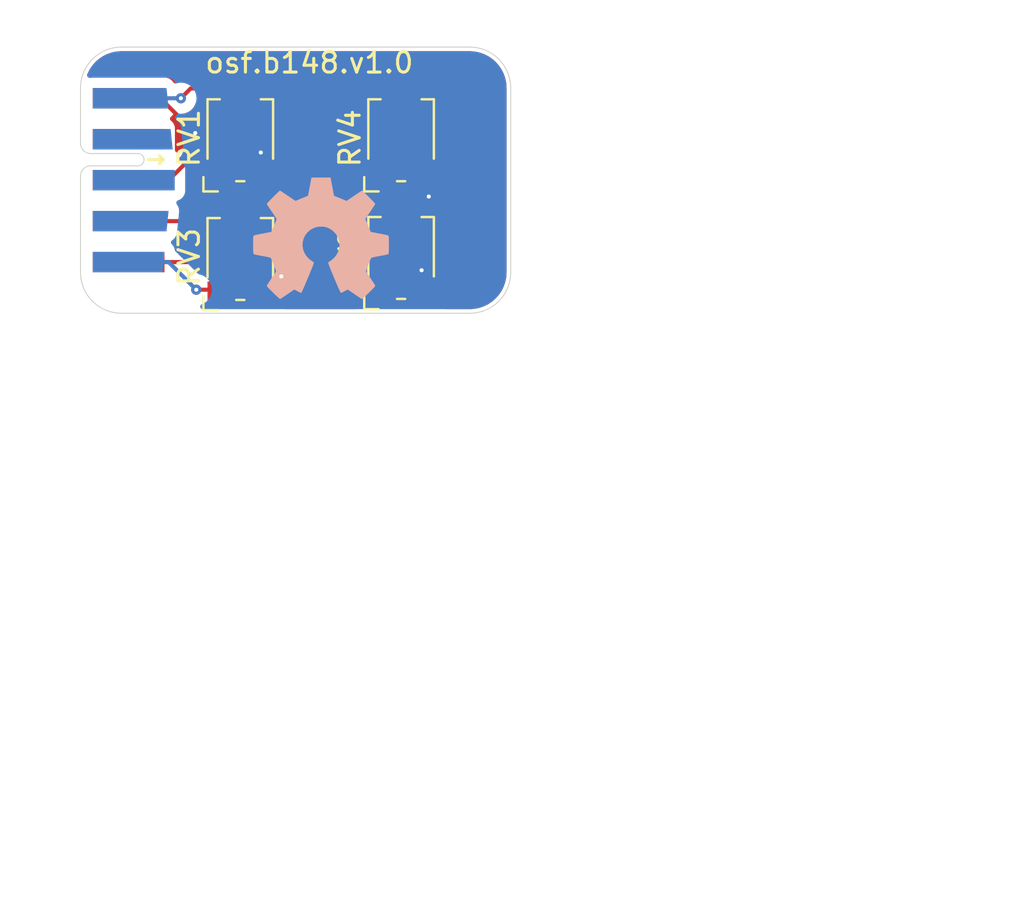
<source format=kicad_pcb>
(kicad_pcb (version 20221018) (generator pcbnew)
  (layers (0 "F.Cu" signal) (31 "B.Cu" signal) (34 "B.Paste" user) (35 "F.Paste" user) (36 "B.SilkS" user "B.Silkscreen") (37 "F.SilkS" user "F.Silkscreen") (38 "B.Mask" user) (39 "F.Mask" user) (44 "Edge.Cuts" user))
  (net 0 "")
  (net 1 "GND")
  (net 2 "Net-(J1-ADC0)")
  (net 3 "Net-(J1-ADC1)")
  (net 4 "Net-(J1-ADC2)")
  (net 5 "Net-(J1-ADC3)")
  (net 6 "Net-(J1-5V)")
  (footprint "Potentiometer_SMD:Potentiometer_Bourns_TC33X_Vertical" (layer "F.Cu") (at 155.65 94.45 90)
    (fp_text reference "RV4" (at 0 -2.5 90) (layer "F.SilkS"))
    (fp_text value "10k")
    (fp_line (start -2.6 -1.8) (end -2.6 -1.1) (stroke (width 0.12)) (layer "F.SilkS"))
    (fp_line (start -2.1 -0.2) (end -2.1 0.2) (stroke (width 0.12)) (layer "F.SilkS"))
    (fp_line (start -1.9 -1.8) (end -2.6 -1.8) (stroke (width 0.12)) (layer "F.SilkS"))
    (fp_line (start -1 -1.6) (end 1.9 -1.6) (stroke (width 0.12)) (layer "F.SilkS"))
    (fp_line (start -1 1.6) (end 1.9 1.6) (stroke (width 0.12)) (layer "F.SilkS"))
    (fp_line (start 1.9 -1.6) (end 1.9 -1) (stroke (width 0.12)) (layer "F.SilkS"))
    (fp_line (start 1.9 1.6) (end 1.9 1) (stroke (width 0.12)) (layer "F.SilkS"))
    (pad "1" smd rect (at -1.8 -1 90) (size 1.2 1.2) (layers "F.Cu" "F.Paste" "F.Mask") (net 6 "Net-(J1-5V)"))
    (pad "2" smd rect (at 1.45 0 90) (size 1.5 1.6) (layers "F.Cu" "F.Paste" "F.Mask") (net 5 "Net-(J1-ADC3)"))
    (pad "3" smd rect (at -1.8 1 90) (size 1.2 1.2) (layers "F.Cu" "F.Paste" "F.Mask") (net 1 "GND"))
  )
  (footprint "on_edge:on_edge_2x05_device" (layer "F.Cu") (at 140 96.5 -90)
    (fp_text reference "J1")
    (fp_text value "007_ADC")
    (fp_line (start -1.2 -3.85) (end -1 -4.05) (stroke (width 0.153)) (layer "F.SilkS"))
    (fp_line (start -1 -4.05) (end -1 -3.323) (stroke (width 0.153)) (layer "F.SilkS"))
    (fp_line (start -1 -4.05) (end -0.8 -3.85) (stroke (width 0.153)) (layer "F.SilkS"))
    (fp_line (start -4 0) (end -1.8 0) (stroke (width 0.05)) (layer "Edge.Cuts"))
    (fp_line (start -1.3 -2.8) (end -1.3 -0.5) (stroke (width 0.05)) (layer "Edge.Cuts"))
    (fp_line (start -0.7 -0.5) (end -0.7 -2.8) (stroke (width 0.05)) (layer "Edge.Cuts"))
    (fp_line (start -0.2 0) (end 4 0) (stroke (width 0.05)) (layer "Edge.Cuts"))
    (fp_arc (start -1.3 -2.8) (mid -1 -3.1) (end -0.7 -2.8) (stroke (width 0.05)) (layer "Edge.Cuts"))
    (fp_arc (start -1.3 -0.5) (mid -1.446447 -0.146447) (end -1.8 0) (stroke (width 0.05)) (layer "Edge.Cuts"))
    (fp_arc (start -0.2 0) (mid -0.553553 -0.146447) (end -0.7 -0.5) (stroke (width 0.05)) (layer "Edge.Cuts"))
    (pad "1" smd rect (at -4 -2.35 90) (size 1 3.5) (layers "F.Cu" "F.Mask") (net 1 "GND"))
    (pad "2" smd rect (at -2 -2.35 270) (size 1 3.5) (layers "F.Cu" "F.Mask"))
    (pad "3" smd rect (at 0 -2.35 270) (size 1 3.5) (layers "F.Cu" "F.Mask") (net 2 "Net-(J1-ADC0)"))
    (pad "4" smd rect (at 2 -2.35 90) (size 1 3.5) (layers "F.Cu" "F.Mask") (net 3 "Net-(J1-ADC1)"))
    (pad "5" smd rect (at 4 -2.35 90) (size 1 3.5) (layers "F.Cu" "F.Mask") (net 4 "Net-(J1-ADC2)"))
    (pad "6" smd custom (at -4 -2.4 270) (size 1 3.6) (layers "B.Cu" "B.Mask") (net 5 "Net-(J1-ADC3)") (options (clearance outline) (anchor rect)) (primitives (gr_poly (pts (xy 0.5 -1.8) (xy 0.5 -1.9) (xy -0.5 -1.8)) (width 0) (fill yes))))
    (pad "7" smd custom (at -2 -2.1 270) (size 1 3) (layers "B.Cu" "B.Mask") (options (clearance outline) (anchor rect)) (primitives (gr_poly (pts (xy 0.3 -0.51) (xy 0.31 -0.62) (xy 0.33 -0.7) (xy 0.35 -0.76) (xy 0.37 -0.81) (xy 0.4 -0.86) (xy 0.44 -0.92) (xy 0.48 -0.97) (xy 0.5 -0.99) (xy 0.5 -2.4) (xy -0.5 -2.3) (xy -0.5 1.5) (xy 0.3 1.5)) (width 0) (fill yes))))
    (pad "8" smd rect (at 0 -2.6 270) (size 1 4) (layers "B.Cu" "B.Mask"))
    (pad "9" smd custom (at 2 -2.4 270) (size 1 3.6) (layers "B.Cu" "B.Mask") (options (clearance outline) (anchor rect)) (primitives (gr_poly (pts (xy -0.5 -1.8) (xy -0.5 -1.9) (xy 0.5 -1.8)) (width 0) (fill yes))))
    (pad "10" smd custom (at 4 -2.3 270) (size 1 3.4) (layers "B.Cu" "B.Mask") (net 6 "Net-(J1-5V)") (options (clearance outline) (anchor rect)) (primitives (gr_poly (pts (xy -0.5 -1.7) (xy -0.5 -1.8) (xy 0.5 -1.7)) (width 0) (fill yes))))
    (zone (net 0) (net_name "") (layers "F&B.Cu") (connect_pads (clearance 0)) (min_thickness 0.254)
      (keepout (tracks allowed) (vias not_allowed) (pads allowed) (copperpour not_allowed) (footprints not_allowed))
      (fill (thermal_gap 0.508) (thermal_bridge_width 0.508))
      (polygon (pts (xy 140 101.5) (xy 140 91.5) (xy 144 91.5) (xy 144 101.5)))
    )
  )
  (footprint "Potentiometer_SMD:Potentiometer_Bourns_TC33X_Vertical" (layer "F.Cu") (at 147.8 94.45 90)
    (fp_text reference "RV1" (at 0 -2.5 90) (layer "F.SilkS"))
    (fp_text value "10k")
    (fp_line (start -2.6 -1.8) (end -2.6 -1.1) (stroke (width 0.12)) (layer "F.SilkS"))
    (fp_line (start -2.1 -0.2) (end -2.1 0.2) (stroke (width 0.12)) (layer "F.SilkS"))
    (fp_line (start -1.9 -1.8) (end -2.6 -1.8) (stroke (width 0.12)) (layer "F.SilkS"))
    (fp_line (start -1 -1.6) (end 1.9 -1.6) (stroke (width 0.12)) (layer "F.SilkS"))
    (fp_line (start -1 1.6) (end 1.9 1.6) (stroke (width 0.12)) (layer "F.SilkS"))
    (fp_line (start 1.9 -1.6) (end 1.9 -1) (stroke (width 0.12)) (layer "F.SilkS"))
    (fp_line (start 1.9 1.6) (end 1.9 1) (stroke (width 0.12)) (layer "F.SilkS"))
    (pad "1" smd rect (at -1.8 -1 90) (size 1.2 1.2) (layers "F.Cu" "F.Paste" "F.Mask") (net 6 "Net-(J1-5V)"))
    (pad "2" smd rect (at 1.45 0 90) (size 1.5 1.6) (layers "F.Cu" "F.Paste" "F.Mask") (net 2 "Net-(J1-ADC0)"))
    (pad "3" smd rect (at -1.8 1 90) (size 1.2 1.2) (layers "F.Cu" "F.Paste" "F.Mask") (net 1 "GND"))
  )
  (footprint "Potentiometer_SMD:Potentiometer_Bourns_TC33X_Vertical" (layer "F.Cu") (at 147.8 100.25 90)
    (fp_text reference "RV3" (at 0 -2.5 90) (layer "F.SilkS"))
    (fp_text value "10k")
    (fp_line (start -2.6 -1.8) (end -2.6 -1.1) (stroke (width 0.12)) (layer "F.SilkS"))
    (fp_line (start -2.1 -0.2) (end -2.1 0.2) (stroke (width 0.12)) (layer "F.SilkS"))
    (fp_line (start -1.9 -1.8) (end -2.6 -1.8) (stroke (width 0.12)) (layer "F.SilkS"))
    (fp_line (start -1 -1.6) (end 1.9 -1.6) (stroke (width 0.12)) (layer "F.SilkS"))
    (fp_line (start -1 1.6) (end 1.9 1.6) (stroke (width 0.12)) (layer "F.SilkS"))
    (fp_line (start 1.9 -1.6) (end 1.9 -1) (stroke (width 0.12)) (layer "F.SilkS"))
    (fp_line (start 1.9 1.6) (end 1.9 1) (stroke (width 0.12)) (layer "F.SilkS"))
    (pad "1" smd rect (at -1.8 -1 90) (size 1.2 1.2) (layers "F.Cu" "F.Paste" "F.Mask") (net 6 "Net-(J1-5V)"))
    (pad "2" smd rect (at 1.45 0 90) (size 1.5 1.6) (layers "F.Cu" "F.Paste" "F.Mask") (net 4 "Net-(J1-ADC2)"))
    (pad "3" smd rect (at -1.8 1 90) (size 1.2 1.2) (layers "F.Cu" "F.Paste" "F.Mask") (net 1 "GND"))
  )
  (footprint "Potentiometer_SMD:Potentiometer_Bourns_TC33X_Vertical" (layer "F.Cu") (at 155.65 100.2 90)
    (fp_text reference "RV2" (at 0 -2.5 90) (layer "F.SilkS"))
    (fp_text value "10k")
    (fp_line (start -2.6 -1.8) (end -2.6 -1.1) (stroke (width 0.12)) (layer "F.SilkS"))
    (fp_line (start -2.1 -0.2) (end -2.1 0.2) (stroke (width 0.12)) (layer "F.SilkS"))
    (fp_line (start -1.9 -1.8) (end -2.6 -1.8) (stroke (width 0.12)) (layer "F.SilkS"))
    (fp_line (start -1 -1.6) (end 1.9 -1.6) (stroke (width 0.12)) (layer "F.SilkS"))
    (fp_line (start -1 1.6) (end 1.9 1.6) (stroke (width 0.12)) (layer "F.SilkS"))
    (fp_line (start 1.9 -1.6) (end 1.9 -1) (stroke (width 0.12)) (layer "F.SilkS"))
    (fp_line (start 1.9 1.6) (end 1.9 1) (stroke (width 0.12)) (layer "F.SilkS"))
    (pad "1" smd rect (at -1.8 -1 90) (size 1.2 1.2) (layers "F.Cu" "F.Paste" "F.Mask") (net 6 "Net-(J1-5V)"))
    (pad "2" smd rect (at 1.45 0 90) (size 1.5 1.6) (layers "F.Cu" "F.Paste" "F.Mask") (net 3 "Net-(J1-ADC1)"))
    (pad "3" smd rect (at -1.8 1 90) (size 1.2 1.2) (layers "F.Cu" "F.Paste" "F.Mask") (net 1 "GND"))
  )
  (footprint "Symbol:OSHW-Symbol_6.7x6mm_SilkScreen" (layer "B.Cu") (at 151.75 99.35 180)
    (fp_text reference "LOGO1" hide)
    (fp_text value "Logo_Open_Hardware_Small" hide)
    (fp_poly (pts (xy 0.555814 2.531069) (xy 0.639635 2.086445) (xy 0.94892 1.958947) (xy 1.258206 1.831449) (xy 1.629246 2.083754) (xy 1.733157 2.154004) (xy 1.827087 2.216728) (xy 1.906652 2.269062) (xy 1.96747 2.308143) (xy 2.005157 2.331107) (xy 2.015421 2.336058) (xy 2.03391 2.323324) (xy 2.07342 2.288118) (xy 2.129522 2.234938) (xy 2.197787 2.168282) (xy 2.273786 2.092646) (xy 2.353092 2.012528) (xy 2.431275 1.932426) (xy 2.503907 1.856836) (xy 2.566559 1.790255) (xy 2.614803 1.737182) (xy 2.64421 1.702113) (xy 2.651241 1.690377) (xy 2.641123 1.66874) (xy 2.612759 1.621338) (xy 2.569129 1.552807) (xy 2.513218 1.467785) (xy 2.448006 1.370907) (xy 2.410219 1.31565) (xy 2.341343 1.214752) (xy 2.28014 1.123701) (xy 2.229578 1.04703) (xy 2.192628 0.989272) (xy 2.172258 0.954957) (xy 2.169197 0.947746) (xy 2.176136 0.927252) (xy 2.195051 0.879487) (xy 2.223087 0.811168) (xy 2.257391 0.729011) (xy 2.295109 0.63973) (xy 2.333387 0.550042) (xy 2.36937 0.466662) (xy 2.400206 0.396306) (xy 2.423039 0.34569) (xy 2.435017 0.321529) (xy 2.435724 0.320578) (xy 2.454531 0.315964) (xy 2.504618 0.305672) (xy 2.580793 0.290713) (xy 2.677865 0.272099) (xy 2.790643 0.250841) (xy 2.856442 0.238582) (xy 2.97695 0.215638) (xy 3.085797 0.193805) (xy 3.177476 0.174278) (xy 3.246481 0.158252) (xy 3.287304 0.146921) (xy 3.295511 0.143326) (xy 3.303548 0.118994) (xy 3.310033 0.064041) (xy 3.31497 -0.015108) (xy 3.318364 -0.112026) (xy 3.320218 -0.220287) (xy 3.320538 -0.333465) (xy 3.319327 -0.445135) (xy 3.31659 -0.548868) (xy 3.312331 -0.638241) (xy 3.306555 -0.706826) (xy 3.299267 -0.748197) (xy 3.294895 -0.75681) (xy 3.268764 -0.767133) (xy 3.213393 -0.781892) (xy 3.136107 -0.799352) (xy 3.04423 -0.81778) (xy 3.012158 -0.823741) (xy 2.857524 -0.852066) (xy 2.735375 -0.874876) (xy 2.641673 -0.89308) (xy 2.572384 -0.907583) (xy 2.523471 -0.919292) (xy 2.490897 -0.929115) (xy 2.470628 -0.937956) (xy 2.458626 -0.946724) (xy 2.456947 -0.948457) (xy 2.440184 -0.976371) (xy 2.414614 -1.030695) (xy 2.382788 -1.104777) (xy 2.34726 -1.191965) (xy 2.310583 -1.285608) (xy 2.275311 -1.379052) (xy 2.243996 -1.465647) (xy 2.219193 -1.53874) (xy 2.203454 -1.591678) (xy 2.199332 -1.617811) (xy 2.199676 -1.618726) (xy 2.213641 -1.640086) (xy 2.245322 -1.687084) (xy 2.291391 -1.754827) (xy 2.348518 -1.838423) (xy 2.413373 -1.932982) (xy 2.431843 -1.959854) (xy 2.497699 -2.057275) (xy 2.55565 -2.146163) (xy 2.602538 -2.221412) (xy 2.635207 -2.27792) (xy 2.6505 -2.310581) (xy 2.651241 -2.314593) (xy 2.638392 -2.335684) (xy 2.602888 -2.377464) (xy 2.549293 -2.435445) (xy 2.482171 -2.505135) (xy 2.406087 -2.582045) (xy 2.325604 -2.661683) (xy 2.245287 -2.739561) (xy 2.169699 -2.811186) (xy 2.103405 -2.87207) (xy 2.050969 -2.917721) (xy 2.016955 -2.94365) (xy 2.007545 -2.947883) (xy 1.985643 -2.937912) (xy 1.9408 -2.91102) (xy 1.880321 -2.871736) (xy 1.833789 -2.840117) (xy 1.749475 -2.782098) (xy 1.649626 -2.713784) (xy 1.549473 -2.645579) (xy 1.495627 -2.609075) (xy 1.313371 -2.4858) (xy 1.160381 -2.56852) (xy 1.090682 -2.604759) (xy 1.031414 -2.632926) (xy 0.991311 -2.648991) (xy 0.981103 -2.651226) (xy 0.968829 -2.634722) (xy 0.944613 -2.588082) (xy 0.910263 -2.515609) (xy 0.867588 -2.421606) (xy 0.818394 -2.310374) (xy 0.76449 -2.186215) (xy 0.707684 -2.053432) (xy 0.649782 -1.916327) (xy 0.592593 -1.779202) (xy 0.537924 -1.646358) (xy 0.487584 -1.522098) (xy 0.44338 -1.410725) (xy 0.407119 -1.316539) (xy 0.380609 -1.243844) (xy 0.365658 -1.196941) (xy 0.363254 -1.180833) (xy 0.382311 -1.160286) (xy 0.424036 -1.126933) (xy 0.479706 -1.087702) (xy 0.484378 -1.084599) (xy 0.628264 -0.969423) (xy 0.744283 -0.835053) (xy 0.83143 -0.685784) (xy 0.888699 -0.525913) (xy 0.915086 -0.359737) (xy 0.909585 -0.191552) (xy 0.87119 -0.025655) (xy 0.798895 0.133658) (xy 0.777626 0.168513) (xy 0.666996 0.309263) (xy 0.536302 0.422286) (xy 0.390064 0.506997) (xy 0.232808 0.562806) (xy 0.069057 0.589126) (xy -0.096667 0.58537) (xy -0.259838 0.55095) (xy -0.415935 0.485277) (xy -0.560433 0.387765) (xy -0.605131 0.348187) (xy -0.718888 0.224297) (xy -0.801782 0.093876) (xy -0.858644 -0.052315) (xy -0.890313 -0.197088) (xy -0.898131 -0.35986) (xy -0.872062 -0.52344) (xy -0.814755 -0.682298) (xy -0.728856 -0.830906) (xy -0.617014 -0.963735) (xy -0.481877 -1.075256) (xy -0.464117 -1.087011) (xy -0.40785 -1.125508) (xy -0.365077 -1.158863) (xy -0.344628 -1.18016) (xy -0.344331 -1.180833) (xy -0.348721 -1.203871) (xy -0.366124 -1.256157) (xy -0.394732 -1.33339) (xy -0.432735 -1.431268) (xy -0.478326 -1.545491) (xy -0.529697 -1.671758) (xy -0.585038 -1.805767) (xy -0.642542 -1.943218) (xy -0.700399 -2.079808) (xy -0.756802 -2.211237) (xy -0.809942 -2.333205) (xy -0.85801 -2.441409) (xy -0.899199 -2.531549) (xy -0.931699 -2.599323) (xy -0.953703 -2.64043) (xy -0.962564 -2.651226) (xy -0.98964 -2.642819) (xy -1.040303 -2.620272) (xy -1.105817 -2.587613) (xy -1.141841 -2.56852) (xy -1.294832 -2.4858) (xy -1.477088 -2.609075) (xy -1.570125 -2.672228) (xy -1.671985 -2.741727) (xy -1.767438 -2.807165) (xy -1.81525 -2.840117) (xy -1.882495 -2.885273) (xy -1.939436 -2.921057) (xy -1.978646 -2.942938) (xy -1.991381 -2.947563) (xy -2.009917 -2.935085) (xy -2.050941 -2.900252) (xy -2.110475 -2.846678) (xy -2.184542 -2.777983) (xy -2.269165 -2.697781) (xy -2.322685 -2.646286) (xy -2.416319 -2.554286) (xy -2.497241 -2.471999) (xy -2.562177 -2.402945) (xy -2.607858 -2.350644) (xy -2.631011 -2.318616) (xy -2.633232 -2.312116) (xy -2.622924 -2.287394) (xy -2.594439 -2.237405) (xy -2.550937 -2.167212) (xy -2.495577 -2.081875) (xy -2.43152 -1.986456) (xy -2.413303 -1.959854) (xy -2.346927 -1.863167) (xy -2.287378 -1.776117) (xy -2.237984 -1.703595) (xy -2.202075 -1.650493) (xy -2.182981 -1.621703) (xy -2.181136 -1.618726) (xy -2.183895 -1.595782) (xy -2.198538 -1.545336) (xy -2.222513 -1.474041) (xy -2.253266 -1.388547) (xy -2.288244 -1.295507) (xy -2.324893 -1.201574) (xy -2.360661 -1.113399) (xy -2.392994 -1.037634) (xy -2.419338 -0.980931) (xy -2.437142 -0.949943) (xy -2.438407 -0.948457) (xy -2.449294 -0.939601) (xy -2.467682 -0.930843) (xy -2.497606 -0.921277) (xy -2.543103 -0.909996) (xy -2.608209 -0.896093) (xy -2.696961 -0.878663) (xy -2.813393 -0.856798) (xy -2.961542 -0.829591) (xy -2.993618 -0.823741) (xy -3.088686 -0.805374) (xy -3.171565 -0.787405) (xy -3.23493 -0.771569) (xy -3.271458 -0.7596) (xy -3.276356 -0.75681) (xy -3.284427 -0.732072) (xy -3.290987 -0.67679) (xy -3.296033 -0.597389) (xy -3.299559 -0.500296) (xy -3.301561 -0.391938) (xy -3.302036 -0.27874) (xy -3.300977 -0.167128) (xy -3.298382 -0.063529) (xy -3.294246 0.025632) (xy -3.288563 0.093928) (xy -3.281331 0.134934) (xy -3.276971 0.143326) (xy -3.252698 0.151792) (xy -3.197426 0.165565) (xy -3.116662 0.18345) (xy -3.015912 0.204252) (xy -2.900683 0.226777) (xy -2.837902 0.238582) (xy -2.718787 0.260849) (xy -2.612565 0.281021) (xy -2.524427 0.298085) (xy -2.459566 0.311031) (xy -2.423174 0.318845) (xy -2.417184 0.320578) (xy -2.407061 0.34011) (xy -2.385662 0.387157) (xy -2.355839 0.454997) (xy -2.320445 0.536909) (xy -2.282332 0.626172) (xy -2.244353 0.716065) (xy -2.20936 0.799865) (xy -2.180206 0.870853) (xy -2.159743 0.922306) (xy -2.150823 0.947503) (xy -2.150657 0.948604) (xy -2.160769 0.968481) (xy -2.189117 1.014223) (xy -2.232723 1.081283) (xy -2.288606 1.165116) (xy -2.353787 1.261174) (xy -2.391679 1.31635) (xy -2.460725 1.417519) (xy -2.52205 1.50937) (xy -2.572663 1.587256) (xy -2.609571 1.646531) (xy -2.629782 1.682549) (xy -2.632701 1.690623) (xy -2.620153 1.709416) (xy -2.585463 1.749543) (xy -2.533063 1.806507) (xy -2.467384 1.875815) (xy -2.392856 1.952969) (xy -2.313913 2.033475) (xy -2.234983 2.112837) (xy -2.1605 2.18656) (xy -2.094894 2.250148) (xy -2.042596 2.299106) (xy -2.008039 2.328939) (xy -1.996478 2.336058) (xy -1.977654 2.326047) (xy -1.932631 2.297922) (xy -1.865787 2.254546) (xy -1.781499 2.198782) (xy -1.684144 2.133494) (xy -1.610707 2.083754) (xy -1.239667 1.831449) (xy -0.621095 2.086445) (xy -0.537275 2.531069) (xy -0.453454 2.975693) (xy 0.471994 2.975693) (xy 0.555814 2.531069)) (stroke (width 0.01)) (fill solid) (layer "B.SilkS"))
  )
  (gr_line (start 161 101) (end 161 92.5) (stroke (width 0.05)) (layer "Edge.Cuts"))
  (gr_line (start 140 101) (end 140 100.5) (stroke (width 0.05)) (layer "Edge.Cuts"))
  (gr_line (start 142 90) (end 159 90) (stroke (width 0.05)) (layer "Edge.Cuts"))
  (gr_arc (start 161 101) (mid 160.414214 102.414214) (end 159 103) (stroke (width 0.05)) (layer "Edge.Cuts"))
  (gr_line (start 159 103) (end 142 103) (stroke (width 0.05)) (layer "Edge.Cuts"))
  (gr_arc (start 159 90) (mid 160.414214 90.585786) (end 161 92) (stroke (width 0.05)) (layer "Edge.Cuts"))
  (gr_arc (start 142 103) (mid 140.585786 102.414214) (end 140 101) (stroke (width 0.05)) (layer "Edge.Cuts"))
  (gr_line (start 161 92.5) (end 161 92) (stroke (width 0.05)) (layer "Edge.Cuts"))
  (gr_line (start 140 92.5) (end 140 92) (stroke (width 0.05)) (layer "Edge.Cuts"))
  (gr_arc (start 140 92) (mid 140.585786 90.585786) (end 142 90) (stroke (width 0.05)) (layer "Edge.Cuts"))
  (gr_text "osf.b148.v1.0" (at 146 91.35) (layer "F.SilkS") (effects (font (size 1 1)) (justify left bottom)))
  (segment (start 148.95 102.05) (end 149.8 101.2) (width 0.2) (layer "F.Cu") (net 1))
  (segment (start 148.8 102.05) (end 148.95 102.05) (width 0.2) (layer "F.Cu") (net 1))
  (segment (start 157 97.3) (end 156.65 96.95) (width 0.2) (layer "F.Cu") (net 1))
  (segment (start 143.9 92.5) (end 145.6 94.2) (width 0.2) (layer "F.Cu") (net 1))
  (segment (start 156.65 96.95) (end 156.65 96.25) (width 0.2) (layer "F.Cu") (net 1))
  (segment (start 156.65 102) (end 156.65 100.9) (width 0.2) (layer "F.Cu") (net 1))
  (segment (start 142.35 92.5) (end 143.9 92.5) (width 0.2) (layer "F.Cu") (net 1))
  (segment (start 148.8 95.15) (end 148.8 96.25) (width 0.2) (layer "F.Cu") (net 1))
  (via (at 157 97.3) (size 0.5) (drill 0.2) (layers "F.Cu" "B.Cu") (net 1))
  (via (at 145.6 94.2) (size 0.5) (drill 0.2) (layers "F.Cu" "B.Cu") (net 1))
  (via (at 149.8 101.2) (size 0.5) (drill 0.2) (layers "F.Cu" "B.Cu") (net 1))
  (via (at 156.65 100.9) (size 0.5) (drill 0.2) (layers "F.Cu" "B.Cu") (net 1))
  (via (at 148.8 95.15) (size 0.5) (drill 0.2) (layers "F.Cu" "B.Cu") (net 1))
  (segment (start 151.15 97.35) (end 151 97.35) (width 0.2) (layer "B.Cu") (net 1))
  (segment (start 151 97.35) (end 148.8 95.15) (width 0.2) (layer "B.Cu") (net 1))
  (segment (start 146.55 95.15) (end 148.8 95.15) (width 0.2) (layer "B.Cu") (net 1))
  (segment (start 156.65 97.65) (end 156.65 100.9) (width 0.2) (layer "B.Cu") (net 1))
  (segment (start 157 97.3) (end 156.95 97.35) (width 0.2) (layer "B.Cu") (net 1))
  (segment (start 156.95 97.35) (end 151.15 97.35) (width 0.2) (layer "B.Cu") (net 1))
  (segment (start 157 97.3) (end 156.65 97.65) (width 0.2) (layer "B.Cu") (net 1))
  (segment (start 149.8 98.7) (end 151.15 97.35) (width 0.2) (layer "B.Cu") (net 1))
  (segment (start 149.8 101.2) (end 149.8 98.7) (width 0.2) (layer "B.Cu") (net 1))
  (segment (start 145.6 94.2) (end 146.55 95.15) (width 0.2) (layer "B.Cu") (net 1))
  (segment (start 144.3 96.5) (end 147.8 93) (width 0.2) (layer "F.Cu") (net 2))
  (segment (start 142.35 96.5) (end 144.3 96.5) (width 0.2) (layer "F.Cu") (net 2))
  (segment (start 154.723 97.823) (end 155.65 98.75) (width 0.2) (layer "F.Cu") (net 3))
  (segment (start 146.773 97.823) (end 154.723 97.823) (width 0.2) (layer "F.Cu") (net 3))
  (segment (start 146.096 98.5) (end 146.773 97.823) (width 0.2) (layer "F.Cu") (net 3))
  (segment (start 142.35 98.5) (end 146.096 98.5) (width 0.2) (layer "F.Cu") (net 3))
  (segment (start 146.1 100.5) (end 147.8 98.8) (width 0.2) (layer "F.Cu") (net 4))
  (segment (start 142.35 100.5) (end 146.1 100.5) (width 0.2) (layer "F.Cu") (net 4))
  (segment (start 145.377 92.023) (end 154.673 92.023) (width 0.2) (layer "F.Cu") (net 5))
  (segment (start 154.673 92.023) (end 155.65 93) (width 0.2) (layer "F.Cu") (net 5))
  (segment (start 144.9 92.5) (end 145.377 92.023) (width 0.2) (layer "F.Cu") (net 5))
  (via (at 144.9 92.5) (size 0.5) (drill 0.2) (layers "F.Cu" "B.Cu") (net 5))
  (segment (start 142.4 92.5) (end 144.9 92.5) (width 0.2) (layer "B.Cu") (net 5))
  (segment (start 146.6 101.85) (end 146.8 102.05) (width 0.2) (layer "F.Cu") (net 6))
  (segment (start 154.65 102) (end 156.677 99.973) (width 0.2) (layer "F.Cu") (net 6))
  (segment (start 156.32542 97.3) (end 155.7 97.3) (width 0.2) (layer "F.Cu") (net 6))
  (segment (start 145.65 101.85) (end 146.6 101.85) (width 0.2) (layer "F.Cu") (net 6))
  (segment (start 148.127 100.723) (end 153.373 100.723) (width 0.2) (layer "F.Cu") (net 6))
  (segment (start 156.677 97.65158) (end 156.32542 97.3) (width 0.2) (layer "F.Cu") (net 6))
  (segment (start 153.373 100.723) (end 154.65 102) (width 0.2) (layer "F.Cu") (net 6))
  (segment (start 155.7 97.3) (end 154.65 96.25) (width 0.2) (layer "F.Cu") (net 6))
  (segment (start 153.823 97.077) (end 147.627 97.077) (width 0.2) (layer "F.Cu") (net 6))
  (segment (start 147.627 97.077) (end 146.8 96.25) (width 0.2) (layer "F.Cu") (net 6))
  (segment (start 146.8 102.05) (end 148.127 100.723) (width 0.2) (layer "F.Cu") (net 6))
  (segment (start 154.65 96.25) (end 153.823 97.077) (width 0.2) (layer "F.Cu") (net 6))
  (segment (start 156.677 99.973) (end 156.677 97.65158) (width 0.2) (layer "F.Cu") (net 6))
  (via (at 145.65 101.85) (size 0.5) (drill 0.2) (layers "F.Cu" "B.Cu") (net 6))
  (segment (start 142.3 100.5) (end 144.3 100.5) (width 0.2) (layer "B.Cu") (net 6))
  (segment (start 144.3 100.5) (end 145.65 101.85) (width 0.2) (layer "B.Cu") (net 6))
  (zone (net 1) (net_name "GND") (layers "F&B.Cu") (connect_pads (clearance 0.508)) (min_thickness 0.25) (fill yes (thermal_gap 0.5) (thermal_bridge_width 0.5))
    (polygon (pts (xy 136.9 87.7) (xy 185.75 87.75) (xy 186.07 131.49) (xy 136.07 131.87)))
  )
)
</source>
